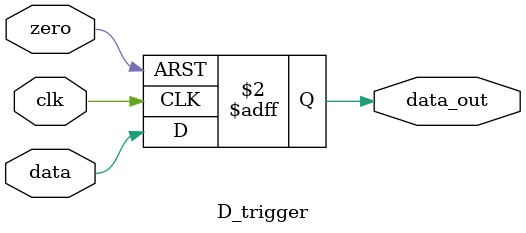
<source format=v>

module click(clk,go,rst,out);
    input clk;
    input go;
    input rst;
    output out;
    wire zero;
    wire UsedOut;
    D_trigger GoPressd(go,1,zero,out);
    D_trigger GoUsed(clk,out,zero,UsedOut);
    D_trigger GoCancel(clk,UsedOut,rst,zero);
endmodule
//异步清零的D触发器
module D_trigger #(parameter width=1)(clk,data,zero,data_out);
    input clk;
    input [width:1]data;
    input zero;
    output reg [width:1]data_out;
    always @(posedge clk or posedge zero)
        begin
            if(zero)
                data_out=0;
            else 
                data_out=data;
        end
endmodule

</source>
